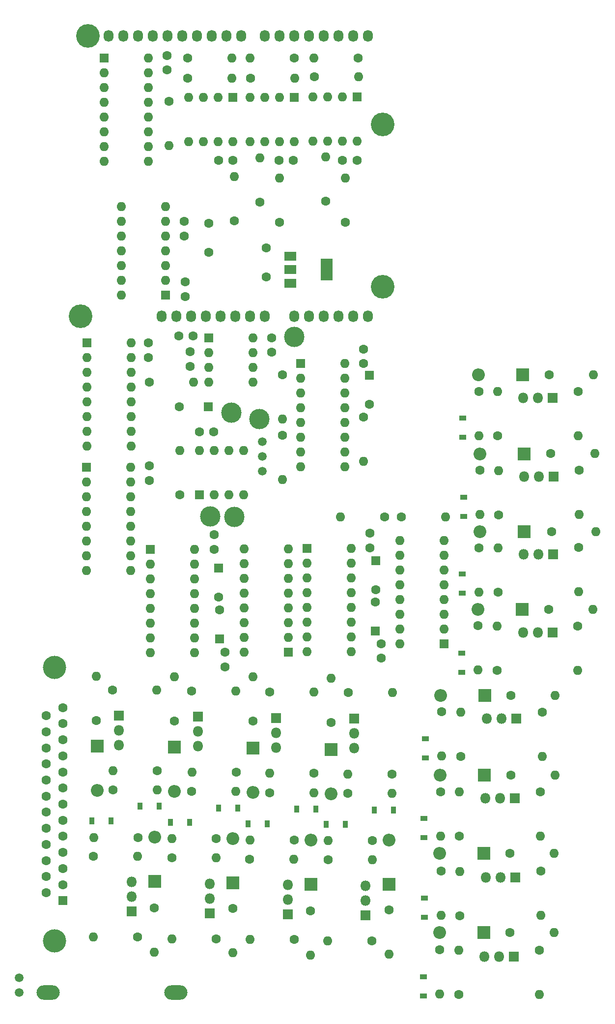
<source format=gbr>
%TF.GenerationSoftware,KiCad,Pcbnew,(2017-11-10 revision d8f4e35)-HEAD*%
%TF.CreationDate,2017-12-06T14:29:51-08:00*%
%TF.ProjectId,shield_pcb,736869656C645F7063622E6B69636164,rev?*%
%TF.SameCoordinates,Original*%
%TF.FileFunction,Soldermask,Top*%
%TF.FilePolarity,Negative*%
%FSLAX46Y46*%
G04 Gerber Fmt 4.6, Leading zero omitted, Abs format (unit mm)*
G04 Created by KiCad (PCBNEW (2017-11-10 revision d8f4e35)-HEAD) date Wed Dec  6 14:29:51 2017*
%MOMM*%
%LPD*%
G01*
G04 APERTURE LIST*
%ADD10O,1.727200X2.032000*%
%ADD11R,1.600000X1.600000*%
%ADD12O,1.600000X1.600000*%
%ADD13C,1.600000*%
%ADD14C,3.500120*%
%ADD15C,4.064000*%
%ADD16O,4.000000X2.500000*%
%ADD17R,2.000000X1.500000*%
%ADD18R,2.000000X3.800000*%
%ADD19C,4.000000*%
%ADD20O,2.200000X2.200000*%
%ADD21R,2.200000X2.200000*%
%ADD22R,1.800000X1.800000*%
%ADD23O,1.800000X1.800000*%
%ADD24R,0.900000X1.200000*%
%ADD25R,1.200000X0.900000*%
%ADD26C,1.500000*%
G04 APERTURE END LIST*
D10*
%TO.C,P4*%
X89518000Y-19365000D03*
X92058000Y-19365000D03*
X94598000Y-19365000D03*
X97138000Y-19365000D03*
X99678000Y-19365000D03*
X102218000Y-19365000D03*
X104758000Y-19365000D03*
X107298000Y-19365000D03*
%TD*%
D11*
%TO.C,U11*%
X61800000Y-23200000D03*
D12*
X69420000Y-40980000D03*
X61800000Y-25740000D03*
X69420000Y-38440000D03*
X61800000Y-28280000D03*
X69420000Y-35900000D03*
X61800000Y-30820000D03*
X69420000Y-33360000D03*
X61800000Y-33360000D03*
X69420000Y-30820000D03*
X61800000Y-35900000D03*
X69420000Y-28280000D03*
X61800000Y-38440000D03*
X69420000Y-25740000D03*
X61800000Y-40980000D03*
X69420000Y-23200000D03*
%TD*%
D11*
%TO.C,C13*%
X108600000Y-109675000D03*
D13*
X108600000Y-114675000D03*
%TD*%
D11*
%TO.C,U6*%
X120371000Y-123984000D03*
D12*
X112751000Y-106204000D03*
X120371000Y-121444000D03*
X112751000Y-108744000D03*
X120371000Y-118904000D03*
X112751000Y-111284000D03*
X120371000Y-116364000D03*
X112751000Y-113824000D03*
X120371000Y-113824000D03*
X112751000Y-116364000D03*
X120371000Y-111284000D03*
X112751000Y-118904000D03*
X120371000Y-108744000D03*
X112751000Y-121444000D03*
X120371000Y-106204000D03*
X112751000Y-123984000D03*
%TD*%
D14*
%TO.C,J8*%
X88550000Y-85325000D03*
%TD*%
D13*
%TO.C,C14*%
X81525000Y-115925000D03*
D11*
X81525000Y-110925000D03*
%TD*%
%TO.C,U13*%
X94598000Y-29965000D03*
D12*
X86978000Y-37585000D03*
X92058000Y-29965000D03*
X89518000Y-37585000D03*
X89518000Y-29965000D03*
X92058000Y-37585000D03*
X86978000Y-29965000D03*
X94598000Y-37585000D03*
%TD*%
D13*
%TO.C,C24*%
X91900000Y-40800000D03*
X94400000Y-40800000D03*
%TD*%
D10*
%TO.C,P1*%
X71738000Y-67625000D03*
X74278000Y-67625000D03*
X76818000Y-67625000D03*
X79358000Y-67625000D03*
X81898000Y-67625000D03*
X84438000Y-67625000D03*
X86978000Y-67625000D03*
X89518000Y-67625000D03*
%TD*%
%TO.C,P2*%
X94598000Y-67625000D03*
X97138000Y-67625000D03*
X99678000Y-67625000D03*
X102218000Y-67625000D03*
X104758000Y-67625000D03*
X107298000Y-67625000D03*
%TD*%
%TO.C,P3*%
X62594000Y-19365000D03*
X65134000Y-19365000D03*
X67674000Y-19365000D03*
X70214000Y-19365000D03*
X72754000Y-19365000D03*
X75294000Y-19365000D03*
X77834000Y-19365000D03*
X80374000Y-19365000D03*
X82914000Y-19365000D03*
X85454000Y-19365000D03*
%TD*%
D15*
%TO.C,P5*%
X57768000Y-67625000D03*
%TD*%
%TO.C,P6*%
X109838000Y-62545000D03*
%TD*%
%TO.C,P7*%
X59038000Y-19365000D03*
%TD*%
%TO.C,P8*%
X109838000Y-34605000D03*
%TD*%
D16*
%TO.C,F1*%
X74150000Y-184000000D03*
X52150000Y-184000000D03*
%TD*%
D13*
%TO.C,C1*%
X79800000Y-56600000D03*
X79800000Y-51600000D03*
%TD*%
%TO.C,C2*%
X75800000Y-61700000D03*
X75800000Y-64200000D03*
%TD*%
%TO.C,C3*%
X75600000Y-53800000D03*
X75600000Y-51300000D03*
%TD*%
%TO.C,C4*%
X89708000Y-55815000D03*
X89708000Y-60815000D03*
%TD*%
D12*
%TO.C,PS1*%
X64780000Y-64000000D03*
X72400000Y-48760000D03*
X64780000Y-61460000D03*
X72400000Y-51300000D03*
X64780000Y-58920000D03*
X72400000Y-53840000D03*
X64780000Y-56380000D03*
X72400000Y-56380000D03*
X64780000Y-53840000D03*
X72400000Y-58920000D03*
X64780000Y-51300000D03*
X72400000Y-61460000D03*
X64780000Y-48760000D03*
D11*
X72400000Y-64000000D03*
%TD*%
D17*
%TO.C,U1*%
X93850000Y-57300000D03*
X93850000Y-61900000D03*
X93850000Y-59600000D03*
D18*
X100150000Y-59600000D03*
%TD*%
D13*
%TO.C,C23*%
X105400000Y-40800000D03*
X102900000Y-40800000D03*
%TD*%
%TO.C,C25*%
X81500000Y-40800000D03*
X84000000Y-40800000D03*
%TD*%
D12*
%TO.C,U9*%
X66443000Y-72210600D03*
X58823000Y-89990600D03*
X66443000Y-74750600D03*
X58823000Y-87450600D03*
X66443000Y-77290600D03*
X58823000Y-84910600D03*
X66443000Y-79830600D03*
X58823000Y-82370600D03*
X66443000Y-82370600D03*
X58823000Y-79830600D03*
X66443000Y-84910600D03*
X58823000Y-77290600D03*
X66443000Y-87450600D03*
X58823000Y-74750600D03*
X66443000Y-89990600D03*
D11*
X58823000Y-72210600D03*
%TD*%
%TO.C,U10*%
X58778200Y-93564800D03*
D12*
X66398200Y-111344800D03*
X58778200Y-96104800D03*
X66398200Y-108804800D03*
X58778200Y-98644800D03*
X66398200Y-106264800D03*
X58778200Y-101184800D03*
X66398200Y-103724800D03*
X58778200Y-103724800D03*
X66398200Y-101184800D03*
X58778200Y-106264800D03*
X66398200Y-98644800D03*
X58778200Y-108804800D03*
X66398200Y-96104800D03*
X58778200Y-111344800D03*
X66398200Y-93564800D03*
%TD*%
D11*
%TO.C,U12*%
X105420000Y-29890000D03*
D12*
X97800000Y-37510000D03*
X102880000Y-29890000D03*
X100340000Y-37510000D03*
X100340000Y-29890000D03*
X102880000Y-37510000D03*
X97800000Y-29890000D03*
X105420000Y-37510000D03*
%TD*%
D11*
%TO.C,U14*%
X83998000Y-29965000D03*
D12*
X76378000Y-37585000D03*
X81458000Y-29965000D03*
X78918000Y-37585000D03*
X78918000Y-29965000D03*
X81458000Y-37585000D03*
X76378000Y-29965000D03*
X83998000Y-37585000D03*
%TD*%
D19*
%TO.C,J1*%
X53230000Y-175155000D03*
X53230000Y-128055000D03*
D13*
X51810000Y-136370000D03*
X51810000Y-139140000D03*
X51810000Y-141910000D03*
X51810000Y-144680000D03*
X51810000Y-147450000D03*
X51810000Y-150220000D03*
X51810000Y-152990000D03*
X51810000Y-155760000D03*
X51810000Y-158530000D03*
X51810000Y-161300000D03*
X51810000Y-164070000D03*
X51810000Y-166840000D03*
X54650000Y-134985000D03*
X54650000Y-137755000D03*
X54650000Y-140525000D03*
X54650000Y-143295000D03*
X54650000Y-146065000D03*
X54650000Y-148835000D03*
X54650000Y-151605000D03*
X54650000Y-154375000D03*
X54650000Y-157145000D03*
X54650000Y-159915000D03*
X54650000Y-162685000D03*
X54650000Y-165455000D03*
D11*
X54650000Y-168225000D03*
%TD*%
D13*
%TO.C,C5*%
X106500000Y-73275000D03*
X106500000Y-75775000D03*
%TD*%
%TO.C,C6*%
X107500000Y-82775000D03*
D11*
X107500000Y-77775000D03*
%TD*%
D13*
%TO.C,C7*%
X109571000Y-123984000D03*
X109571000Y-126484000D03*
%TD*%
%TO.C,C8*%
X82650000Y-125475000D03*
X82650000Y-127975000D03*
%TD*%
%TO.C,C9*%
X107600000Y-104975000D03*
X107600000Y-107475000D03*
%TD*%
%TO.C,C10*%
X80725000Y-105225000D03*
X80725000Y-107725000D03*
%TD*%
D11*
%TO.C,C11*%
X108575000Y-121800000D03*
D13*
X108575000Y-116800000D03*
%TD*%
%TO.C,C12*%
X81694200Y-118182000D03*
D11*
X81694200Y-123182000D03*
%TD*%
D13*
%TO.C,C15*%
X78200000Y-87525000D03*
X80700000Y-87525000D03*
%TD*%
D11*
%TO.C,C16*%
X79750000Y-83225000D03*
D13*
X74750000Y-83225000D03*
%TD*%
%TO.C,C17*%
X76650000Y-76225000D03*
X76650000Y-73725000D03*
%TD*%
%TO.C,C18*%
X77150000Y-71000000D03*
X74650000Y-71000000D03*
%TD*%
%TO.C,C19*%
X90700000Y-73800000D03*
X90700000Y-71300000D03*
%TD*%
%TO.C,C20*%
X69423000Y-72210600D03*
X69423000Y-74710600D03*
%TD*%
%TO.C,C21*%
X69578200Y-95864800D03*
X69578200Y-93364800D03*
%TD*%
%TO.C,C22*%
X72600000Y-25200000D03*
X72600000Y-22700000D03*
%TD*%
D20*
%TO.C,D1*%
X73942400Y-149359000D03*
D21*
X73942400Y-141739000D03*
%TD*%
%TO.C,D3*%
X100940000Y-142194000D03*
D20*
X100940000Y-149814000D03*
%TD*%
%TO.C,D5*%
X97446900Y-157758000D03*
D21*
X97446900Y-165378000D03*
%TD*%
D20*
%TO.C,D7*%
X70546900Y-157258000D03*
D21*
X70546900Y-164878000D03*
%TD*%
D20*
%TO.C,D9*%
X119735000Y-146574000D03*
D21*
X127355000Y-146574000D03*
%TD*%
%TO.C,D11*%
X133833000Y-118058000D03*
D20*
X126213000Y-118058000D03*
%TD*%
%TO.C,D13*%
X87427500Y-149600000D03*
D21*
X87427500Y-141980000D03*
%TD*%
D20*
%TO.C,D15*%
X110880000Y-157769000D03*
D21*
X110880000Y-165389000D03*
%TD*%
%TO.C,D17*%
X83995700Y-165125000D03*
D20*
X83995700Y-157505000D03*
%TD*%
D21*
%TO.C,D19*%
X127424000Y-132908000D03*
D20*
X119804000Y-132908000D03*
%TD*%
D21*
%TO.C,D21*%
X127264000Y-160109000D03*
D20*
X119644000Y-160109000D03*
%TD*%
%TO.C,D23*%
X126346000Y-77721600D03*
D21*
X133966000Y-77721600D03*
%TD*%
%TO.C,D25*%
X134225000Y-104705000D03*
D20*
X126605000Y-104705000D03*
%TD*%
D21*
%TO.C,D27*%
X60632300Y-141571000D03*
D20*
X60632300Y-149191000D03*
%TD*%
D21*
%TO.C,D29*%
X134207000Y-91302700D03*
D20*
X126587000Y-91302700D03*
%TD*%
D21*
%TO.C,D31*%
X127224000Y-173741000D03*
D20*
X119604000Y-173741000D03*
%TD*%
D22*
%TO.C,Q1*%
X77944900Y-136564000D03*
D23*
X77944900Y-139104000D03*
X77944900Y-141644000D03*
%TD*%
%TO.C,Q2*%
X104920000Y-141934000D03*
X104920000Y-139394000D03*
D22*
X104920000Y-136854000D03*
%TD*%
%TO.C,Q3*%
X93504400Y-170533000D03*
D23*
X93504400Y-167993000D03*
X93504400Y-165453000D03*
%TD*%
%TO.C,Q4*%
X66514400Y-164963000D03*
X66514400Y-167503000D03*
D22*
X66514400Y-170043000D03*
%TD*%
D23*
%TO.C,Q5*%
X127480000Y-150586000D03*
X130020000Y-150586000D03*
D22*
X132560000Y-150586000D03*
%TD*%
D23*
%TO.C,Q6*%
X133998000Y-122060000D03*
X136538000Y-122060000D03*
D22*
X139078000Y-122060000D03*
%TD*%
%TO.C,Q7*%
X91400000Y-136765000D03*
D23*
X91400000Y-139305000D03*
X91400000Y-141845000D03*
%TD*%
%TO.C,Q8*%
X106858000Y-165654000D03*
X106858000Y-168194000D03*
D22*
X106858000Y-170734000D03*
%TD*%
%TO.C,Q9*%
X79993200Y-170360000D03*
D23*
X79993200Y-167820000D03*
X79993200Y-165280000D03*
%TD*%
D22*
%TO.C,Q10*%
X132814000Y-136888000D03*
D23*
X130274000Y-136888000D03*
X127734000Y-136888000D03*
%TD*%
D22*
%TO.C,Q11*%
X132654000Y-164239000D03*
D23*
X130114000Y-164239000D03*
X127574000Y-164239000D03*
%TD*%
%TO.C,Q12*%
X134026000Y-81651600D03*
X136566000Y-81651600D03*
D22*
X139106000Y-81651600D03*
%TD*%
D23*
%TO.C,Q13*%
X134110000Y-108557000D03*
X136650000Y-108557000D03*
D22*
X139190000Y-108557000D03*
%TD*%
%TO.C,Q14*%
X64332300Y-136371000D03*
D23*
X64332300Y-138911000D03*
X64332300Y-141451000D03*
%TD*%
%TO.C,Q15*%
X134182000Y-95235200D03*
X136722000Y-95235200D03*
D22*
X139262000Y-95235200D03*
%TD*%
D23*
%TO.C,Q16*%
X127334000Y-177821000D03*
X129874000Y-177821000D03*
D22*
X132414000Y-177821000D03*
%TD*%
D13*
%TO.C,R1*%
X92500000Y-88125000D03*
D12*
X92500000Y-95745000D03*
%TD*%
%TO.C,R2*%
X106500000Y-92595000D03*
D13*
X106500000Y-84975000D03*
%TD*%
%TO.C,R4*%
X92500000Y-77675000D03*
D12*
X92500000Y-85295000D03*
%TD*%
D13*
%TO.C,R5*%
X113050000Y-102150000D03*
D12*
X120670000Y-102150000D03*
%TD*%
%TO.C,R6*%
X102555000Y-102175000D03*
D13*
X110175000Y-102175000D03*
%TD*%
%TO.C,R7*%
X74800000Y-98325000D03*
D12*
X74800000Y-90705000D03*
%TD*%
D13*
%TO.C,R8*%
X69575000Y-78975000D03*
D12*
X77195000Y-78975000D03*
%TD*%
D13*
%TO.C,R9*%
X73892400Y-137289000D03*
D12*
X73892400Y-129669000D03*
%TD*%
%TO.C,R10*%
X84512400Y-132089000D03*
D13*
X76892400Y-132089000D03*
%TD*%
%TO.C,R11*%
X76892400Y-149389000D03*
D12*
X84512400Y-149389000D03*
%TD*%
%TO.C,R12*%
X76922400Y-146089000D03*
D13*
X84542400Y-146089000D03*
%TD*%
D12*
%TO.C,R13*%
X100908000Y-129899000D03*
D13*
X100908000Y-137519000D03*
%TD*%
D12*
%TO.C,R14*%
X111478000Y-132419000D03*
D13*
X103858000Y-132419000D03*
%TD*%
D12*
%TO.C,R15*%
X111428000Y-149769000D03*
D13*
X103808000Y-149769000D03*
%TD*%
%TO.C,R16*%
X111408000Y-146419000D03*
D12*
X103788000Y-146419000D03*
%TD*%
D13*
%TO.C,R17*%
X97396900Y-169978000D03*
D12*
X97396900Y-177598000D03*
%TD*%
%TO.C,R18*%
X86926900Y-174928000D03*
D13*
X94546900Y-174928000D03*
%TD*%
%TO.C,R19*%
X94546900Y-157778000D03*
D12*
X86926900Y-157778000D03*
%TD*%
%TO.C,R20*%
X94466900Y-161078000D03*
D13*
X86846900Y-161078000D03*
%TD*%
D12*
%TO.C,R21*%
X70446900Y-177048000D03*
D13*
X70446900Y-169428000D03*
%TD*%
%TO.C,R22*%
X67596900Y-174428000D03*
D12*
X59976900Y-174428000D03*
%TD*%
D13*
%TO.C,R23*%
X67646900Y-157328000D03*
D12*
X60026900Y-157328000D03*
%TD*%
%TO.C,R24*%
X67566900Y-160578000D03*
D13*
X59946900Y-160578000D03*
%TD*%
%TO.C,R25*%
X131905000Y-146574000D03*
D12*
X139525000Y-146574000D03*
%TD*%
%TO.C,R26*%
X137005000Y-157144000D03*
D13*
X137005000Y-149524000D03*
%TD*%
%TO.C,R27*%
X119755000Y-149474000D03*
D12*
X119755000Y-157094000D03*
%TD*%
D13*
%TO.C,R28*%
X123055000Y-157124000D03*
D12*
X123055000Y-149504000D03*
%TD*%
%TO.C,R29*%
X146053000Y-118058000D03*
D13*
X138433000Y-118058000D03*
%TD*%
%TO.C,R30*%
X143433000Y-120958000D03*
D12*
X143433000Y-128578000D03*
%TD*%
D13*
%TO.C,R31*%
X126233000Y-120908000D03*
D12*
X126233000Y-128528000D03*
%TD*%
%TO.C,R32*%
X129533000Y-120938000D03*
D13*
X129533000Y-128558000D03*
%TD*%
D12*
%TO.C,R33*%
X87477500Y-129710000D03*
D13*
X87477500Y-137330000D03*
%TD*%
%TO.C,R34*%
X90327500Y-132330000D03*
D12*
X97947500Y-132330000D03*
%TD*%
D13*
%TO.C,R35*%
X90327500Y-149630000D03*
D12*
X97947500Y-149630000D03*
%TD*%
%TO.C,R36*%
X90357500Y-146280000D03*
D13*
X97977500Y-146280000D03*
%TD*%
D12*
%TO.C,R37*%
X110880000Y-177459000D03*
D13*
X110880000Y-169839000D03*
%TD*%
%TO.C,R38*%
X107930000Y-175139000D03*
D12*
X100310000Y-175139000D03*
%TD*%
D13*
%TO.C,R39*%
X108030000Y-157839000D03*
D12*
X100410000Y-157839000D03*
%TD*%
D13*
%TO.C,R40*%
X100380000Y-161139000D03*
D12*
X108000000Y-161139000D03*
%TD*%
%TO.C,R41*%
X83995700Y-177195000D03*
D13*
X83995700Y-169575000D03*
%TD*%
%TO.C,R42*%
X81095700Y-174825000D03*
D12*
X73475700Y-174825000D03*
%TD*%
%TO.C,R43*%
X73525700Y-157525000D03*
D13*
X81145700Y-157525000D03*
%TD*%
%TO.C,R44*%
X73495700Y-160825000D03*
D12*
X81115700Y-160825000D03*
%TD*%
%TO.C,R45*%
X139509000Y-132865000D03*
D13*
X131889000Y-132865000D03*
%TD*%
%TO.C,R46*%
X137289000Y-135765000D03*
D12*
X137289000Y-143385000D03*
%TD*%
%TO.C,R47*%
X119989000Y-143335000D03*
D13*
X119989000Y-135715000D03*
%TD*%
D12*
%TO.C,R48*%
X123289000Y-135795000D03*
D13*
X123289000Y-143415000D03*
%TD*%
%TO.C,R49*%
X131739000Y-160036000D03*
D12*
X139359000Y-160036000D03*
%TD*%
D13*
%TO.C,R50*%
X137039000Y-163136000D03*
D12*
X137039000Y-170756000D03*
%TD*%
D13*
%TO.C,R51*%
X119839000Y-163136000D03*
D12*
X119839000Y-170756000D03*
%TD*%
%TO.C,R52*%
X123139000Y-163166000D03*
D13*
X123139000Y-170786000D03*
%TD*%
D12*
%TO.C,R53*%
X146091000Y-77679100D03*
D13*
X138471000Y-77679100D03*
%TD*%
%TO.C,R54*%
X143521000Y-80579100D03*
D12*
X143521000Y-88199100D03*
%TD*%
D13*
%TO.C,R55*%
X126371000Y-80529100D03*
D12*
X126371000Y-88149100D03*
%TD*%
%TO.C,R56*%
X129621000Y-80559100D03*
D13*
X129621000Y-88179100D03*
%TD*%
%TO.C,R57*%
X138925000Y-104705000D03*
D12*
X146545000Y-104705000D03*
%TD*%
%TO.C,R58*%
X143625000Y-115025000D03*
D13*
X143625000Y-107405000D03*
%TD*%
D12*
%TO.C,R59*%
X126425000Y-115125000D03*
D13*
X126425000Y-107505000D03*
%TD*%
%TO.C,R60*%
X129725000Y-115105000D03*
D12*
X129725000Y-107485000D03*
%TD*%
D13*
%TO.C,R61*%
X60432300Y-137171000D03*
D12*
X60432300Y-129551000D03*
%TD*%
%TO.C,R62*%
X70852300Y-131971000D03*
D13*
X63232300Y-131971000D03*
%TD*%
%TO.C,R63*%
X63332300Y-149171000D03*
D12*
X70952300Y-149171000D03*
%TD*%
%TO.C,R64*%
X63312300Y-145871000D03*
D13*
X70932300Y-145871000D03*
%TD*%
D12*
%TO.C,R65*%
X146377000Y-91202700D03*
D13*
X138757000Y-91202700D03*
%TD*%
%TO.C,R66*%
X143657000Y-94152700D03*
D12*
X143657000Y-101772700D03*
%TD*%
D13*
%TO.C,R67*%
X126607000Y-94152700D03*
D12*
X126607000Y-101772700D03*
%TD*%
%TO.C,R68*%
X129807000Y-94183000D03*
D13*
X129807000Y-101803000D03*
%TD*%
%TO.C,R69*%
X131729000Y-173669000D03*
D12*
X139349000Y-173669000D03*
%TD*%
%TO.C,R70*%
X136829000Y-184339000D03*
D13*
X136829000Y-176719000D03*
%TD*%
D12*
%TO.C,R71*%
X119629000Y-184289000D03*
D13*
X119629000Y-176669000D03*
%TD*%
%TO.C,R72*%
X122929000Y-184369000D03*
D12*
X122929000Y-176749000D03*
%TD*%
%TO.C,R79*%
X97980000Y-23200000D03*
D13*
X105600000Y-23200000D03*
%TD*%
%TO.C,R80*%
X98000000Y-26400000D03*
D12*
X105620000Y-26400000D03*
%TD*%
D13*
%TO.C,R81*%
X103400000Y-51400000D03*
D12*
X103400000Y-43780000D03*
%TD*%
%TO.C,R82*%
X100000000Y-40180000D03*
D13*
X100000000Y-47800000D03*
%TD*%
D12*
%TO.C,R83*%
X86980000Y-23200000D03*
D13*
X94600000Y-23200000D03*
%TD*%
%TO.C,R84*%
X87000000Y-26600000D03*
D12*
X94620000Y-26600000D03*
%TD*%
D13*
%TO.C,R85*%
X92000000Y-51400000D03*
D12*
X92000000Y-43780000D03*
%TD*%
%TO.C,R86*%
X88600000Y-40380000D03*
D13*
X88600000Y-48000000D03*
%TD*%
D12*
%TO.C,R87*%
X83820000Y-23200000D03*
D13*
X76200000Y-23200000D03*
%TD*%
%TO.C,R88*%
X76200000Y-26600000D03*
D12*
X83820000Y-26600000D03*
%TD*%
D13*
%TO.C,R89*%
X84200000Y-51200000D03*
D12*
X84200000Y-43580000D03*
%TD*%
%TO.C,R90*%
X73000000Y-38220000D03*
D13*
X73000000Y-30600000D03*
%TD*%
D12*
%TO.C,U2*%
X103320000Y-75775000D03*
X95700000Y-93555000D03*
X103320000Y-78315000D03*
X95700000Y-91015000D03*
X103320000Y-80855000D03*
X95700000Y-88475000D03*
X103320000Y-83395000D03*
X95700000Y-85935000D03*
X103320000Y-85935000D03*
X95700000Y-83395000D03*
X103320000Y-88475000D03*
X95700000Y-80855000D03*
X103320000Y-91015000D03*
X95700000Y-78315000D03*
X103320000Y-93555000D03*
D11*
X95700000Y-75775000D03*
%TD*%
D12*
%TO.C,U3*%
X77345000Y-107725000D03*
X69725000Y-125505000D03*
X77345000Y-110265000D03*
X69725000Y-122965000D03*
X77345000Y-112805000D03*
X69725000Y-120425000D03*
X77345000Y-115345000D03*
X69725000Y-117885000D03*
X77345000Y-117885000D03*
X69725000Y-115345000D03*
X77345000Y-120425000D03*
X69725000Y-112805000D03*
X77345000Y-122965000D03*
X69725000Y-110265000D03*
X77345000Y-125505000D03*
D11*
X69725000Y-107725000D03*
%TD*%
D12*
%TO.C,U4*%
X85905000Y-125425000D03*
X93525000Y-107645000D03*
X85905000Y-122885000D03*
X93525000Y-110185000D03*
X85905000Y-120345000D03*
X93525000Y-112725000D03*
X85905000Y-117805000D03*
X93525000Y-115265000D03*
X85905000Y-115265000D03*
X93525000Y-117805000D03*
X85905000Y-112725000D03*
X93525000Y-120345000D03*
X85905000Y-110185000D03*
X93525000Y-122885000D03*
X85905000Y-107645000D03*
D11*
X93525000Y-125425000D03*
%TD*%
%TO.C,U5*%
X96800000Y-107562000D03*
D12*
X104420000Y-125342000D03*
X96800000Y-110102000D03*
X104420000Y-122802000D03*
X96800000Y-112642000D03*
X104420000Y-120262000D03*
X96800000Y-115182000D03*
X104420000Y-117722000D03*
X96800000Y-117722000D03*
X104420000Y-115182000D03*
X96800000Y-120262000D03*
X104420000Y-112642000D03*
X96800000Y-122802000D03*
X104420000Y-110102000D03*
X96800000Y-125342000D03*
X104420000Y-107562000D03*
%TD*%
D11*
%TO.C,U7*%
X78200000Y-98325000D03*
D12*
X85820000Y-90705000D03*
X80740000Y-98325000D03*
X83280000Y-90705000D03*
X83280000Y-98325000D03*
X80740000Y-90705000D03*
X85820000Y-98325000D03*
X78200000Y-90705000D03*
%TD*%
%TO.C,U8*%
X87470000Y-71350000D03*
X79850000Y-78970000D03*
X87470000Y-73890000D03*
X79850000Y-76430000D03*
X87470000Y-76430000D03*
X79850000Y-73890000D03*
X87470000Y-78970000D03*
D11*
X79850000Y-71350000D03*
%TD*%
D24*
%TO.C,D2*%
X84792400Y-152239000D03*
X81492400Y-152239000D03*
%TD*%
%TO.C,D4*%
X108408000Y-152619000D03*
X111708000Y-152619000D03*
%TD*%
%TO.C,D6*%
X89896900Y-155028000D03*
X86596900Y-155028000D03*
%TD*%
%TO.C,D8*%
X59696900Y-154478000D03*
X62996900Y-154478000D03*
%TD*%
D25*
%TO.C,D10*%
X116955000Y-154074000D03*
X116955000Y-157374000D03*
%TD*%
%TO.C,D12*%
X123433000Y-125608000D03*
X123433000Y-128908000D03*
%TD*%
D24*
%TO.C,D14*%
X94977500Y-152430000D03*
X98277500Y-152430000D03*
%TD*%
%TO.C,D16*%
X103380000Y-155039000D03*
X100080000Y-155039000D03*
%TD*%
%TO.C,D18*%
X73195700Y-154725000D03*
X76495700Y-154725000D03*
%TD*%
D25*
%TO.C,D20*%
X117189000Y-143615000D03*
X117189000Y-140315000D03*
%TD*%
%TO.C,D22*%
X117039000Y-171086000D03*
X117039000Y-167786000D03*
%TD*%
%TO.C,D24*%
X123571000Y-88479100D03*
X123571000Y-85179100D03*
%TD*%
%TO.C,D26*%
X123525000Y-115255000D03*
X123525000Y-111955000D03*
%TD*%
D24*
%TO.C,D28*%
X67982300Y-151971000D03*
X71282300Y-151971000D03*
%TD*%
D25*
%TO.C,D30*%
X123807000Y-102103000D03*
X123807000Y-98803000D03*
%TD*%
%TO.C,D32*%
X116829000Y-181319000D03*
X116829000Y-184619000D03*
%TD*%
D14*
%TO.C,J4*%
X80100000Y-102075000D03*
%TD*%
%TO.C,J7*%
X84250000Y-102125000D03*
%TD*%
%TO.C,J10*%
X83750000Y-84175000D03*
%TD*%
%TO.C,J11*%
X94550000Y-71150000D03*
%TD*%
D26*
%TO.C,J9*%
X89050000Y-94265000D03*
X89050000Y-91725000D03*
X89050000Y-89185000D03*
%TD*%
%TO.C,J2*%
X47125000Y-181505000D03*
X47125000Y-184045000D03*
%TD*%
M02*

</source>
